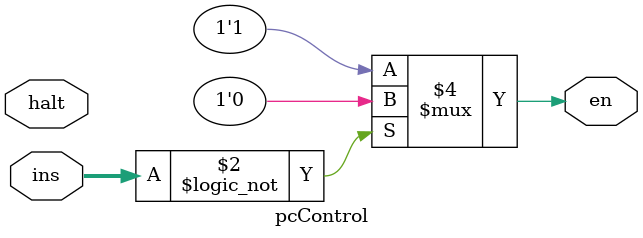
<source format=v>
module pcControl (
    input [31:0] ins,
    input halt,
    output reg en
);
    always @(*) begin
        if (halt) en = 'b0;
        
        if (ins == 'b0) begin
            en = 'b0;
        end else begin
            en = 'b1 ;
        end
    end
endmodule
</source>
